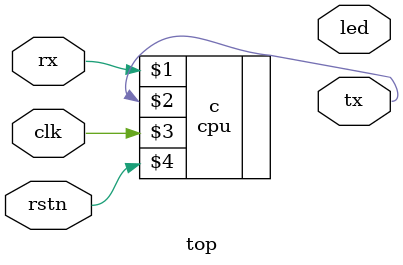
<source format=v>
`timescale 1ns/1ps
module top (
    input  wire         rx,
    output wire         tx,
    output wire [7:0]   led,

    input  wire         clk,
    input  wire         rstn);

    cpu c(rx, tx, clk, rstn);

endmodule

</source>
